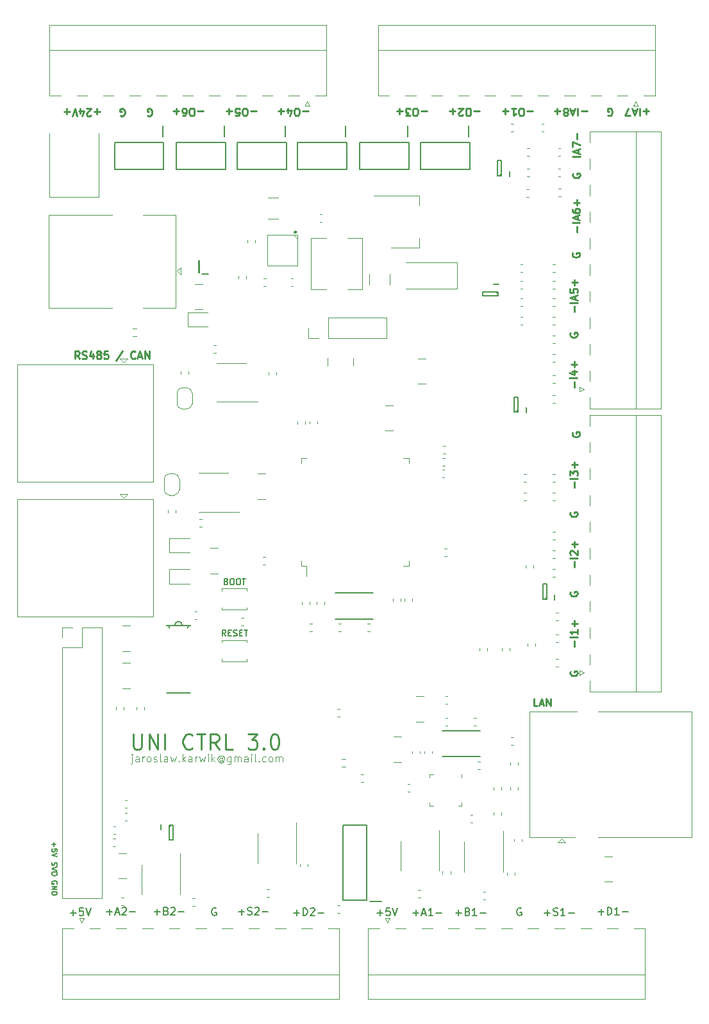
<source format=gbr>
%TF.GenerationSoftware,KiCad,Pcbnew,5.99.0-unknown-b90e72ed07~107~ubuntu18.04.1*%
%TF.CreationDate,2021-02-01T09:40:27+01:00*%
%TF.ProjectId,Uni_Printer,556e695f-5072-4696-9e74-65722e6b6963,rev?*%
%TF.SameCoordinates,PX48009e0PY88da2e0*%
%TF.FileFunction,Legend,Top*%
%TF.FilePolarity,Positive*%
%FSLAX46Y46*%
G04 Gerber Fmt 4.6, Leading zero omitted, Abs format (unit mm)*
G04 Created by KiCad (PCBNEW 5.99.0-unknown-b90e72ed07~107~ubuntu18.04.1) date 2021-02-01 09:40:27*
%MOMM*%
%LPD*%
G01*
G04 APERTURE LIST*
%ADD10C,0.250000*%
%ADD11C,0.200000*%
%ADD12C,0.150000*%
%ADD13C,0.175000*%
%ADD14C,0.125000*%
%ADD15C,0.120000*%
%ADD16C,0.152400*%
%ADD17C,0.127000*%
%ADD18C,0.100000*%
G04 APERTURE END LIST*
D10*
X64300000Y116621429D02*
X63538095Y116621429D01*
X62871428Y116002381D02*
X62680952Y116002381D01*
X62585714Y116050000D01*
X62490476Y116145239D01*
X62442857Y116335715D01*
X62442857Y116669048D01*
X62490476Y116859524D01*
X62585714Y116954762D01*
X62680952Y117002381D01*
X62871428Y117002381D01*
X62966666Y116954762D01*
X63061904Y116859524D01*
X63109523Y116669048D01*
X63109523Y116335715D01*
X63061904Y116145239D01*
X62966666Y116050000D01*
X62871428Y116002381D01*
X61490476Y117002381D02*
X62061904Y117002381D01*
X61776190Y117002381D02*
X61776190Y116002381D01*
X61871428Y116145239D01*
X61966666Y116240477D01*
X62061904Y116288096D01*
X61061904Y116621429D02*
X60300000Y116621429D01*
X60680952Y117002381D02*
X60680952Y116240477D01*
D11*
X23738095Y47338096D02*
X23471428Y47719048D01*
X23280952Y47338096D02*
X23280952Y48138096D01*
X23585714Y48138096D01*
X23661904Y48100000D01*
X23700000Y48061905D01*
X23738095Y47985715D01*
X23738095Y47871429D01*
X23700000Y47795239D01*
X23661904Y47757143D01*
X23585714Y47719048D01*
X23280952Y47719048D01*
X24080952Y47757143D02*
X24347619Y47757143D01*
X24461904Y47338096D02*
X24080952Y47338096D01*
X24080952Y48138096D01*
X24461904Y48138096D01*
X24766666Y47376191D02*
X24880952Y47338096D01*
X25071428Y47338096D01*
X25147619Y47376191D01*
X25185714Y47414286D01*
X25223809Y47490477D01*
X25223809Y47566667D01*
X25185714Y47642858D01*
X25147619Y47680953D01*
X25071428Y47719048D01*
X24919047Y47757143D01*
X24842857Y47795239D01*
X24804761Y47833334D01*
X24766666Y47909524D01*
X24766666Y47985715D01*
X24804761Y48061905D01*
X24842857Y48100000D01*
X24919047Y48138096D01*
X25109523Y48138096D01*
X25223809Y48100000D01*
X25566666Y47757143D02*
X25833333Y47757143D01*
X25947619Y47338096D02*
X25566666Y47338096D01*
X25566666Y48138096D01*
X25947619Y48138096D01*
X26176190Y48138096D02*
X26633333Y48138096D01*
X26404761Y47338096D02*
X26404761Y48138096D01*
X23814285Y54557143D02*
X23928571Y54519048D01*
X23966666Y54480953D01*
X24004761Y54404762D01*
X24004761Y54290477D01*
X23966666Y54214286D01*
X23928571Y54176191D01*
X23852380Y54138096D01*
X23547619Y54138096D01*
X23547619Y54938096D01*
X23814285Y54938096D01*
X23890476Y54900000D01*
X23928571Y54861905D01*
X23966666Y54785715D01*
X23966666Y54709524D01*
X23928571Y54633334D01*
X23890476Y54595239D01*
X23814285Y54557143D01*
X23547619Y54557143D01*
X24500000Y54938096D02*
X24652380Y54938096D01*
X24728571Y54900000D01*
X24804761Y54823810D01*
X24842857Y54671429D01*
X24842857Y54404762D01*
X24804761Y54252381D01*
X24728571Y54176191D01*
X24652380Y54138096D01*
X24500000Y54138096D01*
X24423809Y54176191D01*
X24347619Y54252381D01*
X24309523Y54404762D01*
X24309523Y54671429D01*
X24347619Y54823810D01*
X24423809Y54900000D01*
X24500000Y54938096D01*
X25338095Y54938096D02*
X25490476Y54938096D01*
X25566666Y54900000D01*
X25642857Y54823810D01*
X25680952Y54671429D01*
X25680952Y54404762D01*
X25642857Y54252381D01*
X25566666Y54176191D01*
X25490476Y54138096D01*
X25338095Y54138096D01*
X25261904Y54176191D01*
X25185714Y54252381D01*
X25147619Y54404762D01*
X25147619Y54671429D01*
X25185714Y54823810D01*
X25261904Y54900000D01*
X25338095Y54938096D01*
X25909523Y54938096D02*
X26366666Y54938096D01*
X26138095Y54138096D02*
X26138095Y54938096D01*
D12*
X62761904Y11400000D02*
X62666666Y11447620D01*
X62523809Y11447620D01*
X62380952Y11400000D01*
X62285714Y11304762D01*
X62238095Y11209524D01*
X62190476Y11019048D01*
X62190476Y10876191D01*
X62238095Y10685715D01*
X62285714Y10590477D01*
X62380952Y10495239D01*
X62523809Y10447620D01*
X62619047Y10447620D01*
X62761904Y10495239D01*
X62809523Y10542858D01*
X62809523Y10876191D01*
X62619047Y10876191D01*
D13*
X816666Y17466667D02*
X783333Y17366667D01*
X783333Y17200000D01*
X816666Y17133334D01*
X850000Y17100000D01*
X916666Y17066667D01*
X983333Y17066667D01*
X1050000Y17100000D01*
X1083333Y17133334D01*
X1116666Y17200000D01*
X1150000Y17333334D01*
X1183333Y17400000D01*
X1216666Y17433334D01*
X1283333Y17466667D01*
X1350000Y17466667D01*
X1416666Y17433334D01*
X1450000Y17400000D01*
X1483333Y17333334D01*
X1483333Y17166667D01*
X1450000Y17066667D01*
X1483333Y16866667D02*
X783333Y16633334D01*
X1483333Y16400000D01*
X1483333Y16033334D02*
X1483333Y15900000D01*
X1450000Y15833334D01*
X1383333Y15766667D01*
X1250000Y15733334D01*
X1016666Y15733334D01*
X883333Y15766667D01*
X816666Y15833334D01*
X783333Y15900000D01*
X783333Y16033334D01*
X816666Y16100000D01*
X883333Y16166667D01*
X1016666Y16200000D01*
X1250000Y16200000D01*
X1383333Y16166667D01*
X1450000Y16100000D01*
X1483333Y16033334D01*
D10*
X69821428Y56385715D02*
X69821428Y57147620D01*
X70202380Y57623810D02*
X69202380Y57623810D01*
X69297619Y58052381D02*
X69250000Y58100000D01*
X69202380Y58195239D01*
X69202380Y58433334D01*
X69250000Y58528572D01*
X69297619Y58576191D01*
X69392857Y58623810D01*
X69488095Y58623810D01*
X69630952Y58576191D01*
X70202380Y58004762D01*
X70202380Y58623810D01*
X69821428Y59052381D02*
X69821428Y59814286D01*
X70202380Y59433334D02*
X69440476Y59433334D01*
D12*
X14311309Y10928572D02*
X15073214Y10928572D01*
X14692261Y10547620D02*
X14692261Y11309524D01*
X15882738Y11071429D02*
X16025595Y11023810D01*
X16073214Y10976191D01*
X16120833Y10880953D01*
X16120833Y10738096D01*
X16073214Y10642858D01*
X16025595Y10595239D01*
X15930357Y10547620D01*
X15549404Y10547620D01*
X15549404Y11547620D01*
X15882738Y11547620D01*
X15977976Y11500000D01*
X16025595Y11452381D01*
X16073214Y11357143D01*
X16073214Y11261905D01*
X16025595Y11166667D01*
X15977976Y11119048D01*
X15882738Y11071429D01*
X15549404Y11071429D01*
X16501785Y11452381D02*
X16549404Y11500000D01*
X16644642Y11547620D01*
X16882738Y11547620D01*
X16977976Y11500000D01*
X17025595Y11452381D01*
X17073214Y11357143D01*
X17073214Y11261905D01*
X17025595Y11119048D01*
X16454166Y10547620D01*
X17073214Y10547620D01*
X17501785Y10928572D02*
X18263690Y10928572D01*
X32723809Y10828572D02*
X33485714Y10828572D01*
X33104761Y10447620D02*
X33104761Y11209524D01*
X33961904Y10447620D02*
X33961904Y11447620D01*
X34200000Y11447620D01*
X34342857Y11400000D01*
X34438095Y11304762D01*
X34485714Y11209524D01*
X34533333Y11019048D01*
X34533333Y10876191D01*
X34485714Y10685715D01*
X34438095Y10590477D01*
X34342857Y10495239D01*
X34200000Y10447620D01*
X33961904Y10447620D01*
X34914285Y11352381D02*
X34961904Y11400000D01*
X35057142Y11447620D01*
X35295238Y11447620D01*
X35390476Y11400000D01*
X35438095Y11352381D01*
X35485714Y11257143D01*
X35485714Y11161905D01*
X35438095Y11019048D01*
X34866666Y10447620D01*
X35485714Y10447620D01*
X35914285Y10828572D02*
X36676190Y10828572D01*
D10*
X34650000Y116621429D02*
X33888095Y116621429D01*
X33221428Y116002381D02*
X33030952Y116002381D01*
X32935714Y116050000D01*
X32840476Y116145239D01*
X32792857Y116335715D01*
X32792857Y116669048D01*
X32840476Y116859524D01*
X32935714Y116954762D01*
X33030952Y117002381D01*
X33221428Y117002381D01*
X33316666Y116954762D01*
X33411904Y116859524D01*
X33459523Y116669048D01*
X33459523Y116335715D01*
X33411904Y116145239D01*
X33316666Y116050000D01*
X33221428Y116002381D01*
X31935714Y116335715D02*
X31935714Y117002381D01*
X32173809Y115954762D02*
X32411904Y116669048D01*
X31792857Y116669048D01*
X31411904Y116621429D02*
X30650000Y116621429D01*
X31030952Y117002381D02*
X31030952Y116240477D01*
X69600000Y108361905D02*
X69552380Y108266667D01*
X69552380Y108123810D01*
X69600000Y107980953D01*
X69695238Y107885715D01*
X69790476Y107838096D01*
X69980952Y107790477D01*
X70123809Y107790477D01*
X70314285Y107838096D01*
X70409523Y107885715D01*
X70504761Y107980953D01*
X70552380Y108123810D01*
X70552380Y108219048D01*
X70504761Y108361905D01*
X70457142Y108409524D01*
X70123809Y108409524D01*
X70123809Y108219048D01*
X79623809Y116621429D02*
X78861904Y116621429D01*
X79242857Y117002381D02*
X79242857Y116240477D01*
X78385714Y117002381D02*
X78385714Y116002381D01*
X77957142Y116716667D02*
X77480952Y116716667D01*
X78052380Y117002381D02*
X77719047Y116002381D01*
X77385714Y117002381D01*
X77147619Y116002381D02*
X76480952Y116002381D01*
X76909523Y117002381D01*
X64907142Y38097620D02*
X64430952Y38097620D01*
X64430952Y39097620D01*
X65192857Y38383334D02*
X65669047Y38383334D01*
X65097619Y38097620D02*
X65430952Y39097620D01*
X65764285Y38097620D01*
X66097619Y38097620D02*
X66097619Y39097620D01*
X66669047Y38097620D01*
X66669047Y39097620D01*
D13*
X1450000Y14633334D02*
X1483333Y14700000D01*
X1483333Y14800000D01*
X1450000Y14900000D01*
X1383333Y14966667D01*
X1316666Y15000000D01*
X1183333Y15033334D01*
X1083333Y15033334D01*
X950000Y15000000D01*
X883333Y14966667D01*
X816666Y14900000D01*
X783333Y14800000D01*
X783333Y14733334D01*
X816666Y14633334D01*
X850000Y14600000D01*
X1083333Y14600000D01*
X1083333Y14733334D01*
X783333Y14300000D02*
X1483333Y14300000D01*
X783333Y13900000D01*
X1483333Y13900000D01*
X783333Y13566667D02*
X1483333Y13566667D01*
X1483333Y13400000D01*
X1450000Y13300000D01*
X1383333Y13233334D01*
X1316666Y13200000D01*
X1183333Y13166667D01*
X1083333Y13166667D01*
X950000Y13200000D01*
X883333Y13233334D01*
X816666Y13300000D01*
X783333Y13400000D01*
X783333Y13566667D01*
D10*
X4416666Y83927620D02*
X4083333Y84403810D01*
X3845238Y83927620D02*
X3845238Y84927620D01*
X4226190Y84927620D01*
X4321428Y84880000D01*
X4369047Y84832381D01*
X4416666Y84737143D01*
X4416666Y84594286D01*
X4369047Y84499048D01*
X4321428Y84451429D01*
X4226190Y84403810D01*
X3845238Y84403810D01*
X4797619Y83975239D02*
X4940476Y83927620D01*
X5178571Y83927620D01*
X5273809Y83975239D01*
X5321428Y84022858D01*
X5369047Y84118096D01*
X5369047Y84213334D01*
X5321428Y84308572D01*
X5273809Y84356191D01*
X5178571Y84403810D01*
X4988095Y84451429D01*
X4892857Y84499048D01*
X4845238Y84546667D01*
X4797619Y84641905D01*
X4797619Y84737143D01*
X4845238Y84832381D01*
X4892857Y84880000D01*
X4988095Y84927620D01*
X5226190Y84927620D01*
X5369047Y84880000D01*
X6226190Y84594286D02*
X6226190Y83927620D01*
X5988095Y84975239D02*
X5750000Y84260953D01*
X6369047Y84260953D01*
X6892857Y84499048D02*
X6797619Y84546667D01*
X6750000Y84594286D01*
X6702380Y84689524D01*
X6702380Y84737143D01*
X6750000Y84832381D01*
X6797619Y84880000D01*
X6892857Y84927620D01*
X7083333Y84927620D01*
X7178571Y84880000D01*
X7226190Y84832381D01*
X7273809Y84737143D01*
X7273809Y84689524D01*
X7226190Y84594286D01*
X7178571Y84546667D01*
X7083333Y84499048D01*
X6892857Y84499048D01*
X6797619Y84451429D01*
X6750000Y84403810D01*
X6702380Y84308572D01*
X6702380Y84118096D01*
X6750000Y84022858D01*
X6797619Y83975239D01*
X6892857Y83927620D01*
X7083333Y83927620D01*
X7178571Y83975239D01*
X7226190Y84022858D01*
X7273809Y84118096D01*
X7273809Y84308572D01*
X7226190Y84403810D01*
X7178571Y84451429D01*
X7083333Y84499048D01*
X8178571Y84927620D02*
X7702380Y84927620D01*
X7654761Y84451429D01*
X7702380Y84499048D01*
X7797619Y84546667D01*
X8035714Y84546667D01*
X8130952Y84499048D01*
X8178571Y84451429D01*
X8226190Y84356191D01*
X8226190Y84118096D01*
X8178571Y84022858D01*
X8130952Y83975239D01*
X8035714Y83927620D01*
X7797619Y83927620D01*
X7702380Y83975239D01*
X7654761Y84022858D01*
X10130952Y84975239D02*
X9273809Y83689524D01*
X11797619Y84022858D02*
X11750000Y83975239D01*
X11607142Y83927620D01*
X11511904Y83927620D01*
X11369047Y83975239D01*
X11273809Y84070477D01*
X11226190Y84165715D01*
X11178571Y84356191D01*
X11178571Y84499048D01*
X11226190Y84689524D01*
X11273809Y84784762D01*
X11369047Y84880000D01*
X11511904Y84927620D01*
X11607142Y84927620D01*
X11750000Y84880000D01*
X11797619Y84832381D01*
X12178571Y84213334D02*
X12654761Y84213334D01*
X12083333Y83927620D02*
X12416666Y84927620D01*
X12750000Y83927620D01*
X13083333Y83927620D02*
X13083333Y84927620D01*
X13654761Y83927620D01*
X13654761Y84927620D01*
X9838095Y116000000D02*
X9933333Y115952381D01*
X10076190Y115952381D01*
X10219047Y116000000D01*
X10314285Y116095239D01*
X10361904Y116190477D01*
X10409523Y116380953D01*
X10409523Y116523810D01*
X10361904Y116714286D01*
X10314285Y116809524D01*
X10219047Y116904762D01*
X10076190Y116952381D01*
X9980952Y116952381D01*
X9838095Y116904762D01*
X9790476Y116857143D01*
X9790476Y116523810D01*
X9980952Y116523810D01*
X20800000Y116621429D02*
X20038095Y116621429D01*
X19371428Y116002381D02*
X19180952Y116002381D01*
X19085714Y116050000D01*
X18990476Y116145239D01*
X18942857Y116335715D01*
X18942857Y116669048D01*
X18990476Y116859524D01*
X19085714Y116954762D01*
X19180952Y117002381D01*
X19371428Y117002381D01*
X19466666Y116954762D01*
X19561904Y116859524D01*
X19609523Y116669048D01*
X19609523Y116335715D01*
X19561904Y116145239D01*
X19466666Y116050000D01*
X19371428Y116002381D01*
X18085714Y116002381D02*
X18276190Y116002381D01*
X18371428Y116050000D01*
X18419047Y116097620D01*
X18514285Y116240477D01*
X18561904Y116430953D01*
X18561904Y116811905D01*
X18514285Y116907143D01*
X18466666Y116954762D01*
X18371428Y117002381D01*
X18180952Y117002381D01*
X18085714Y116954762D01*
X18038095Y116907143D01*
X17990476Y116811905D01*
X17990476Y116573810D01*
X18038095Y116478572D01*
X18085714Y116430953D01*
X18180952Y116383334D01*
X18371428Y116383334D01*
X18466666Y116430953D01*
X18514285Y116478572D01*
X18561904Y116573810D01*
X17561904Y116621429D02*
X16800000Y116621429D01*
X17180952Y117002381D02*
X17180952Y116240477D01*
D12*
X48495238Y10828572D02*
X49257142Y10828572D01*
X48876190Y10447620D02*
X48876190Y11209524D01*
X49685714Y10733334D02*
X50161904Y10733334D01*
X49590476Y10447620D02*
X49923809Y11447620D01*
X50257142Y10447620D01*
X51114285Y10447620D02*
X50542857Y10447620D01*
X50828571Y10447620D02*
X50828571Y11447620D01*
X50733333Y11304762D01*
X50638095Y11209524D01*
X50542857Y11161905D01*
X51542857Y10828572D02*
X52304761Y10828572D01*
D10*
X69771428Y80135715D02*
X69771428Y80897620D01*
X70152380Y81373810D02*
X69152380Y81373810D01*
X69485714Y82278572D02*
X70152380Y82278572D01*
X69104761Y82040477D02*
X69819047Y81802381D01*
X69819047Y82421429D01*
X69771428Y82802381D02*
X69771428Y83564286D01*
X70152380Y83183334D02*
X69390476Y83183334D01*
X50300000Y116621429D02*
X49538095Y116621429D01*
X48871428Y116002381D02*
X48680952Y116002381D01*
X48585714Y116050000D01*
X48490476Y116145239D01*
X48442857Y116335715D01*
X48442857Y116669048D01*
X48490476Y116859524D01*
X48585714Y116954762D01*
X48680952Y117002381D01*
X48871428Y117002381D01*
X48966666Y116954762D01*
X49061904Y116859524D01*
X49109523Y116669048D01*
X49109523Y116335715D01*
X49061904Y116145239D01*
X48966666Y116050000D01*
X48871428Y116002381D01*
X48109523Y116002381D02*
X47490476Y116002381D01*
X47823809Y116383334D01*
X47680952Y116383334D01*
X47585714Y116430953D01*
X47538095Y116478572D01*
X47490476Y116573810D01*
X47490476Y116811905D01*
X47538095Y116907143D01*
X47585714Y116954762D01*
X47680952Y117002381D01*
X47966666Y117002381D01*
X48061904Y116954762D01*
X48109523Y116907143D01*
X47061904Y116621429D02*
X46300000Y116621429D01*
X46680952Y117002381D02*
X46680952Y116240477D01*
X74211904Y116050000D02*
X74307142Y116002381D01*
X74450000Y116002381D01*
X74592857Y116050000D01*
X74688095Y116145239D01*
X74735714Y116240477D01*
X74783333Y116430953D01*
X74783333Y116573810D01*
X74735714Y116764286D01*
X74688095Y116859524D01*
X74592857Y116954762D01*
X74450000Y117002381D01*
X74354761Y117002381D01*
X74211904Y116954762D01*
X74164285Y116907143D01*
X74164285Y116573810D01*
X74354761Y116573810D01*
X71450000Y116621429D02*
X70688095Y116621429D01*
X70211904Y117002381D02*
X70211904Y116002381D01*
X69783333Y116716667D02*
X69307142Y116716667D01*
X69878571Y117002381D02*
X69545238Y116002381D01*
X69211904Y117002381D01*
X68735714Y116430953D02*
X68830952Y116383334D01*
X68878571Y116335715D01*
X68926190Y116240477D01*
X68926190Y116192858D01*
X68878571Y116097620D01*
X68830952Y116050000D01*
X68735714Y116002381D01*
X68545238Y116002381D01*
X68450000Y116050000D01*
X68402380Y116097620D01*
X68354761Y116192858D01*
X68354761Y116240477D01*
X68402380Y116335715D01*
X68450000Y116383334D01*
X68545238Y116430953D01*
X68735714Y116430953D01*
X68830952Y116478572D01*
X68878571Y116526191D01*
X68926190Y116621429D01*
X68926190Y116811905D01*
X68878571Y116907143D01*
X68830952Y116954762D01*
X68735714Y117002381D01*
X68545238Y117002381D01*
X68450000Y116954762D01*
X68402380Y116907143D01*
X68354761Y116811905D01*
X68354761Y116621429D01*
X68402380Y116526191D01*
X68450000Y116478572D01*
X68545238Y116430953D01*
X67926190Y116621429D02*
X67164285Y116621429D01*
X67545238Y117002381D02*
X67545238Y116240477D01*
X27800000Y116621429D02*
X27038095Y116621429D01*
X26371428Y116002381D02*
X26180952Y116002381D01*
X26085714Y116050000D01*
X25990476Y116145239D01*
X25942857Y116335715D01*
X25942857Y116669048D01*
X25990476Y116859524D01*
X26085714Y116954762D01*
X26180952Y117002381D01*
X26371428Y117002381D01*
X26466666Y116954762D01*
X26561904Y116859524D01*
X26609523Y116669048D01*
X26609523Y116335715D01*
X26561904Y116145239D01*
X26466666Y116050000D01*
X26371428Y116002381D01*
X25038095Y116002381D02*
X25514285Y116002381D01*
X25561904Y116478572D01*
X25514285Y116430953D01*
X25419047Y116383334D01*
X25180952Y116383334D01*
X25085714Y116430953D01*
X25038095Y116478572D01*
X24990476Y116573810D01*
X24990476Y116811905D01*
X25038095Y116907143D01*
X25085714Y116954762D01*
X25180952Y117002381D01*
X25419047Y117002381D01*
X25514285Y116954762D01*
X25561904Y116907143D01*
X24561904Y116621429D02*
X23800000Y116621429D01*
X24180952Y117002381D02*
X24180952Y116240477D01*
X7130952Y116571429D02*
X6369047Y116571429D01*
X6750000Y116952381D02*
X6750000Y116190477D01*
X5940476Y116047620D02*
X5892857Y116000000D01*
X5797619Y115952381D01*
X5559523Y115952381D01*
X5464285Y116000000D01*
X5416666Y116047620D01*
X5369047Y116142858D01*
X5369047Y116238096D01*
X5416666Y116380953D01*
X5988095Y116952381D01*
X5369047Y116952381D01*
X4511904Y116285715D02*
X4511904Y116952381D01*
X4750000Y115904762D02*
X4988095Y116619048D01*
X4369047Y116619048D01*
X4130952Y115952381D02*
X3797619Y116952381D01*
X3464285Y115952381D01*
X3130952Y116571429D02*
X2369047Y116571429D01*
X2750000Y116952381D02*
X2750000Y116190477D01*
D12*
X43714285Y10828572D02*
X44476190Y10828572D01*
X44095238Y10447620D02*
X44095238Y11209524D01*
X45428571Y11447620D02*
X44952380Y11447620D01*
X44904761Y10971429D01*
X44952380Y11019048D01*
X45047619Y11066667D01*
X45285714Y11066667D01*
X45380952Y11019048D01*
X45428571Y10971429D01*
X45476190Y10876191D01*
X45476190Y10638096D01*
X45428571Y10542858D01*
X45380952Y10495239D01*
X45285714Y10447620D01*
X45047619Y10447620D01*
X44952380Y10495239D01*
X44904761Y10542858D01*
X45761904Y11447620D02*
X46095238Y10447620D01*
X46428571Y11447620D01*
D10*
X70552380Y110626191D02*
X69552380Y110626191D01*
X70266666Y111054762D02*
X70266666Y111530953D01*
X70552380Y110959524D02*
X69552380Y111292858D01*
X70552380Y111626191D01*
X69552380Y111864286D02*
X69552380Y112530953D01*
X70552380Y112102381D01*
X70171428Y112911905D02*
X70171428Y113673810D01*
X11528571Y34395239D02*
X11528571Y32776191D01*
X11623809Y32585715D01*
X11719047Y32490477D01*
X11909523Y32395239D01*
X12290476Y32395239D01*
X12480952Y32490477D01*
X12576190Y32585715D01*
X12671428Y32776191D01*
X12671428Y34395239D01*
X13623809Y32395239D02*
X13623809Y34395239D01*
X14766666Y32395239D01*
X14766666Y34395239D01*
X15719047Y32395239D02*
X15719047Y34395239D01*
X19338095Y32585715D02*
X19242857Y32490477D01*
X18957142Y32395239D01*
X18766666Y32395239D01*
X18480952Y32490477D01*
X18290476Y32680953D01*
X18195238Y32871429D01*
X18100000Y33252381D01*
X18100000Y33538096D01*
X18195238Y33919048D01*
X18290476Y34109524D01*
X18480952Y34300000D01*
X18766666Y34395239D01*
X18957142Y34395239D01*
X19242857Y34300000D01*
X19338095Y34204762D01*
X19909523Y34395239D02*
X21052380Y34395239D01*
X20480952Y32395239D02*
X20480952Y34395239D01*
X22861904Y32395239D02*
X22195238Y33347620D01*
X21719047Y32395239D02*
X21719047Y34395239D01*
X22480952Y34395239D01*
X22671428Y34300000D01*
X22766666Y34204762D01*
X22861904Y34014286D01*
X22861904Y33728572D01*
X22766666Y33538096D01*
X22671428Y33442858D01*
X22480952Y33347620D01*
X21719047Y33347620D01*
X24671428Y32395239D02*
X23719047Y32395239D01*
X23719047Y34395239D01*
X26671428Y34395239D02*
X27909523Y34395239D01*
X27242857Y33633334D01*
X27528571Y33633334D01*
X27719047Y33538096D01*
X27814285Y33442858D01*
X27909523Y33252381D01*
X27909523Y32776191D01*
X27814285Y32585715D01*
X27719047Y32490477D01*
X27528571Y32395239D01*
X26957142Y32395239D01*
X26766666Y32490477D01*
X26671428Y32585715D01*
X28766666Y32585715D02*
X28861904Y32490477D01*
X28766666Y32395239D01*
X28671428Y32490477D01*
X28766666Y32585715D01*
X28766666Y32395239D01*
X30100000Y34395239D02*
X30290476Y34395239D01*
X30480952Y34300000D01*
X30576190Y34204762D01*
X30671428Y34014286D01*
X30766666Y33633334D01*
X30766666Y33157143D01*
X30671428Y32776191D01*
X30576190Y32585715D01*
X30480952Y32490477D01*
X30290476Y32395239D01*
X30100000Y32395239D01*
X29909523Y32490477D01*
X29814285Y32585715D01*
X29719047Y32776191D01*
X29623809Y33157143D01*
X29623809Y33633334D01*
X29719047Y34014286D01*
X29814285Y34204762D01*
X29909523Y34300000D01*
X30100000Y34395239D01*
X13438095Y116000000D02*
X13533333Y115952381D01*
X13676190Y115952381D01*
X13819047Y116000000D01*
X13914285Y116095239D01*
X13961904Y116190477D01*
X14009523Y116380953D01*
X14009523Y116523810D01*
X13961904Y116714286D01*
X13914285Y116809524D01*
X13819047Y116904762D01*
X13676190Y116952381D01*
X13580952Y116952381D01*
X13438095Y116904762D01*
X13390476Y116857143D01*
X13390476Y116523810D01*
X13580952Y116523810D01*
X69550000Y97888096D02*
X69502380Y97792858D01*
X69502380Y97650000D01*
X69550000Y97507143D01*
X69645238Y97411905D01*
X69740476Y97364286D01*
X69930952Y97316667D01*
X70073809Y97316667D01*
X70264285Y97364286D01*
X70359523Y97411905D01*
X70454761Y97507143D01*
X70502380Y97650000D01*
X70502380Y97745239D01*
X70454761Y97888096D01*
X70407142Y97935715D01*
X70073809Y97935715D01*
X70073809Y97745239D01*
X70121428Y100650000D02*
X70121428Y101411905D01*
X70502380Y101888096D02*
X69502380Y101888096D01*
X70216666Y102316667D02*
X70216666Y102792858D01*
X70502380Y102221429D02*
X69502380Y102554762D01*
X70502380Y102888096D01*
X69502380Y103650000D02*
X69502380Y103459524D01*
X69550000Y103364286D01*
X69597619Y103316667D01*
X69740476Y103221429D01*
X69930952Y103173810D01*
X70311904Y103173810D01*
X70407142Y103221429D01*
X70454761Y103269048D01*
X70502380Y103364286D01*
X70502380Y103554762D01*
X70454761Y103650000D01*
X70407142Y103697620D01*
X70311904Y103745239D01*
X70073809Y103745239D01*
X69978571Y103697620D01*
X69930952Y103650000D01*
X69883333Y103554762D01*
X69883333Y103364286D01*
X69930952Y103269048D01*
X69978571Y103221429D01*
X70073809Y103173810D01*
X70121428Y104173810D02*
X70121428Y104935715D01*
X70502380Y104554762D02*
X69740476Y104554762D01*
D12*
X3214285Y10828572D02*
X3976190Y10828572D01*
X3595238Y10447620D02*
X3595238Y11209524D01*
X4928571Y11447620D02*
X4452380Y11447620D01*
X4404761Y10971429D01*
X4452380Y11019048D01*
X4547619Y11066667D01*
X4785714Y11066667D01*
X4880952Y11019048D01*
X4928571Y10971429D01*
X4976190Y10876191D01*
X4976190Y10638096D01*
X4928571Y10542858D01*
X4880952Y10495239D01*
X4785714Y10447620D01*
X4547619Y10447620D01*
X4452380Y10495239D01*
X4404761Y10542858D01*
X5261904Y11447620D02*
X5595238Y10447620D01*
X5928571Y11447620D01*
X7995238Y10928572D02*
X8757142Y10928572D01*
X8376190Y10547620D02*
X8376190Y11309524D01*
X9185714Y10833334D02*
X9661904Y10833334D01*
X9090476Y10547620D02*
X9423809Y11547620D01*
X9757142Y10547620D01*
X10042857Y11452381D02*
X10090476Y11500000D01*
X10185714Y11547620D01*
X10423809Y11547620D01*
X10519047Y11500000D01*
X10566666Y11452381D01*
X10614285Y11357143D01*
X10614285Y11261905D01*
X10566666Y11119048D01*
X9995238Y10547620D01*
X10614285Y10547620D01*
X11042857Y10928572D02*
X11804761Y10928572D01*
D10*
X69250000Y42661905D02*
X69202380Y42566667D01*
X69202380Y42423810D01*
X69250000Y42280953D01*
X69345238Y42185715D01*
X69440476Y42138096D01*
X69630952Y42090477D01*
X69773809Y42090477D01*
X69964285Y42138096D01*
X70059523Y42185715D01*
X70154761Y42280953D01*
X70202380Y42423810D01*
X70202380Y42519048D01*
X70154761Y42661905D01*
X70107142Y42709524D01*
X69773809Y42709524D01*
X69773809Y42519048D01*
D12*
X72923809Y10928572D02*
X73685714Y10928572D01*
X73304761Y10547620D02*
X73304761Y11309524D01*
X74161904Y10547620D02*
X74161904Y11547620D01*
X74400000Y11547620D01*
X74542857Y11500000D01*
X74638095Y11404762D01*
X74685714Y11309524D01*
X74733333Y11119048D01*
X74733333Y10976191D01*
X74685714Y10785715D01*
X74638095Y10690477D01*
X74542857Y10595239D01*
X74400000Y10547620D01*
X74161904Y10547620D01*
X75685714Y10547620D02*
X75114285Y10547620D01*
X75400000Y10547620D02*
X75400000Y11547620D01*
X75304761Y11404762D01*
X75209523Y11309524D01*
X75114285Y11261905D01*
X76114285Y10928572D02*
X76876190Y10928572D01*
X22461904Y11400000D02*
X22366666Y11447620D01*
X22223809Y11447620D01*
X22080952Y11400000D01*
X21985714Y11304762D01*
X21938095Y11209524D01*
X21890476Y11019048D01*
X21890476Y10876191D01*
X21938095Y10685715D01*
X21985714Y10590477D01*
X22080952Y10495239D01*
X22223809Y10447620D01*
X22319047Y10447620D01*
X22461904Y10495239D01*
X22509523Y10542858D01*
X22509523Y10876191D01*
X22319047Y10876191D01*
D10*
X69550000Y74211905D02*
X69502380Y74116667D01*
X69502380Y73973810D01*
X69550000Y73830953D01*
X69645238Y73735715D01*
X69740476Y73688096D01*
X69930952Y73640477D01*
X70073809Y73640477D01*
X70264285Y73688096D01*
X70359523Y73735715D01*
X70454761Y73830953D01*
X70502380Y73973810D01*
X70502380Y74069048D01*
X70454761Y74211905D01*
X70407142Y74259524D01*
X70073809Y74259524D01*
X70073809Y74069048D01*
D12*
X25447619Y10928572D02*
X26209523Y10928572D01*
X25828571Y10547620D02*
X25828571Y11309524D01*
X26638095Y10595239D02*
X26780952Y10547620D01*
X27019047Y10547620D01*
X27114285Y10595239D01*
X27161904Y10642858D01*
X27209523Y10738096D01*
X27209523Y10833334D01*
X27161904Y10928572D01*
X27114285Y10976191D01*
X27019047Y11023810D01*
X26828571Y11071429D01*
X26733333Y11119048D01*
X26685714Y11166667D01*
X26638095Y11261905D01*
X26638095Y11357143D01*
X26685714Y11452381D01*
X26733333Y11500000D01*
X26828571Y11547620D01*
X27066666Y11547620D01*
X27209523Y11500000D01*
X27590476Y11452381D02*
X27638095Y11500000D01*
X27733333Y11547620D01*
X27971428Y11547620D01*
X28066666Y11500000D01*
X28114285Y11452381D01*
X28161904Y11357143D01*
X28161904Y11261905D01*
X28114285Y11119048D01*
X27542857Y10547620D01*
X28161904Y10547620D01*
X28590476Y10928572D02*
X29352380Y10928572D01*
D10*
X69250000Y87338096D02*
X69202380Y87242858D01*
X69202380Y87100000D01*
X69250000Y86957143D01*
X69345238Y86861905D01*
X69440476Y86814286D01*
X69630952Y86766667D01*
X69773809Y86766667D01*
X69964285Y86814286D01*
X70059523Y86861905D01*
X70154761Y86957143D01*
X70202380Y87100000D01*
X70202380Y87195239D01*
X70154761Y87338096D01*
X70107142Y87385715D01*
X69773809Y87385715D01*
X69773809Y87195239D01*
X69821428Y90100000D02*
X69821428Y90861905D01*
X70202380Y91338096D02*
X69202380Y91338096D01*
X69916666Y91766667D02*
X69916666Y92242858D01*
X70202380Y91671429D02*
X69202380Y92004762D01*
X70202380Y92338096D01*
X69202380Y93147620D02*
X69202380Y92671429D01*
X69678571Y92623810D01*
X69630952Y92671429D01*
X69583333Y92766667D01*
X69583333Y93004762D01*
X69630952Y93100000D01*
X69678571Y93147620D01*
X69773809Y93195239D01*
X70011904Y93195239D01*
X70107142Y93147620D01*
X70154761Y93100000D01*
X70202380Y93004762D01*
X70202380Y92766667D01*
X70154761Y92671429D01*
X70107142Y92623810D01*
X69821428Y93623810D02*
X69821428Y94385715D01*
X70202380Y94004762D02*
X69440476Y94004762D01*
D13*
X1050000Y20100000D02*
X1050000Y19566667D01*
X783333Y19833334D02*
X1316666Y19833334D01*
X1483333Y18900000D02*
X1483333Y19233334D01*
X1150000Y19266667D01*
X1183333Y19233334D01*
X1216666Y19166667D01*
X1216666Y19000000D01*
X1183333Y18933334D01*
X1150000Y18900000D01*
X1083333Y18866667D01*
X916666Y18866667D01*
X850000Y18900000D01*
X816666Y18933334D01*
X783333Y19000000D01*
X783333Y19166667D01*
X816666Y19233334D01*
X850000Y19266667D01*
X1483333Y18666667D02*
X783333Y18433334D01*
X1483333Y18200000D01*
D10*
X69821428Y45935715D02*
X69821428Y46697620D01*
X70202380Y47173810D02*
X69202380Y47173810D01*
X70202380Y48173810D02*
X70202380Y47602381D01*
X70202380Y47888096D02*
X69202380Y47888096D01*
X69345238Y47792858D01*
X69440476Y47697620D01*
X69488095Y47602381D01*
X69821428Y48602381D02*
X69821428Y49364286D01*
X70202380Y48983334D02*
X69440476Y48983334D01*
X69250000Y53161905D02*
X69202380Y53066667D01*
X69202380Y52923810D01*
X69250000Y52780953D01*
X69345238Y52685715D01*
X69440476Y52638096D01*
X69630952Y52590477D01*
X69773809Y52590477D01*
X69964285Y52638096D01*
X70059523Y52685715D01*
X70154761Y52780953D01*
X70202380Y52923810D01*
X70202380Y53019048D01*
X70154761Y53161905D01*
X70107142Y53209524D01*
X69773809Y53209524D01*
X69773809Y53019048D01*
X69250000Y63661905D02*
X69202380Y63566667D01*
X69202380Y63423810D01*
X69250000Y63280953D01*
X69345238Y63185715D01*
X69440476Y63138096D01*
X69630952Y63090477D01*
X69773809Y63090477D01*
X69964285Y63138096D01*
X70059523Y63185715D01*
X70154761Y63280953D01*
X70202380Y63423810D01*
X70202380Y63519048D01*
X70154761Y63661905D01*
X70107142Y63709524D01*
X69773809Y63709524D01*
X69773809Y63519048D01*
D12*
X54123809Y10828572D02*
X54885714Y10828572D01*
X54504761Y10447620D02*
X54504761Y11209524D01*
X55695238Y10971429D02*
X55838095Y10923810D01*
X55885714Y10876191D01*
X55933333Y10780953D01*
X55933333Y10638096D01*
X55885714Y10542858D01*
X55838095Y10495239D01*
X55742857Y10447620D01*
X55361904Y10447620D01*
X55361904Y11447620D01*
X55695238Y11447620D01*
X55790476Y11400000D01*
X55838095Y11352381D01*
X55885714Y11257143D01*
X55885714Y11161905D01*
X55838095Y11066667D01*
X55790476Y11019048D01*
X55695238Y10971429D01*
X55361904Y10971429D01*
X56885714Y10447620D02*
X56314285Y10447620D01*
X56600000Y10447620D02*
X56600000Y11447620D01*
X56504761Y11304762D01*
X56409523Y11209524D01*
X56314285Y11161905D01*
X57314285Y10828572D02*
X58076190Y10828572D01*
D10*
X69821428Y66885715D02*
X69821428Y67647620D01*
X70202380Y68123810D02*
X69202380Y68123810D01*
X69202380Y68504762D02*
X69202380Y69123810D01*
X69583333Y68790477D01*
X69583333Y68933334D01*
X69630952Y69028572D01*
X69678571Y69076191D01*
X69773809Y69123810D01*
X70011904Y69123810D01*
X70107142Y69076191D01*
X70154761Y69028572D01*
X70202380Y68933334D01*
X70202380Y68647620D01*
X70154761Y68552381D01*
X70107142Y68504762D01*
X69821428Y69552381D02*
X69821428Y70314286D01*
X70202380Y69933334D02*
X69440476Y69933334D01*
D12*
X65847619Y10828572D02*
X66609523Y10828572D01*
X66228571Y10447620D02*
X66228571Y11209524D01*
X67038095Y10495239D02*
X67180952Y10447620D01*
X67419047Y10447620D01*
X67514285Y10495239D01*
X67561904Y10542858D01*
X67609523Y10638096D01*
X67609523Y10733334D01*
X67561904Y10828572D01*
X67514285Y10876191D01*
X67419047Y10923810D01*
X67228571Y10971429D01*
X67133333Y11019048D01*
X67085714Y11066667D01*
X67038095Y11161905D01*
X67038095Y11257143D01*
X67085714Y11352381D01*
X67133333Y11400000D01*
X67228571Y11447620D01*
X67466666Y11447620D01*
X67609523Y11400000D01*
X68561904Y10447620D02*
X67990476Y10447620D01*
X68276190Y10447620D02*
X68276190Y11447620D01*
X68180952Y11304762D01*
X68085714Y11209524D01*
X67990476Y11161905D01*
X68990476Y10828572D02*
X69752380Y10828572D01*
D10*
X57300000Y116621429D02*
X56538095Y116621429D01*
X55871428Y116002381D02*
X55680952Y116002381D01*
X55585714Y116050000D01*
X55490476Y116145239D01*
X55442857Y116335715D01*
X55442857Y116669048D01*
X55490476Y116859524D01*
X55585714Y116954762D01*
X55680952Y117002381D01*
X55871428Y117002381D01*
X55966666Y116954762D01*
X56061904Y116859524D01*
X56109523Y116669048D01*
X56109523Y116335715D01*
X56061904Y116145239D01*
X55966666Y116050000D01*
X55871428Y116002381D01*
X55061904Y116097620D02*
X55014285Y116050000D01*
X54919047Y116002381D01*
X54680952Y116002381D01*
X54585714Y116050000D01*
X54538095Y116097620D01*
X54490476Y116192858D01*
X54490476Y116288096D01*
X54538095Y116430953D01*
X55109523Y117002381D01*
X54490476Y117002381D01*
X54061904Y116621429D02*
X53300000Y116621429D01*
X53680952Y117002381D02*
X53680952Y116240477D01*
D14*
X11371428Y31414286D02*
X11371428Y30557143D01*
X11323809Y30461905D01*
X11228571Y30414286D01*
X11180952Y30414286D01*
X11371428Y31747620D02*
X11323809Y31700000D01*
X11371428Y31652381D01*
X11419047Y31700000D01*
X11371428Y31747620D01*
X11371428Y31652381D01*
X12276190Y30747620D02*
X12276190Y31271429D01*
X12228571Y31366667D01*
X12133333Y31414286D01*
X11942857Y31414286D01*
X11847619Y31366667D01*
X12276190Y30795239D02*
X12180952Y30747620D01*
X11942857Y30747620D01*
X11847619Y30795239D01*
X11800000Y30890477D01*
X11800000Y30985715D01*
X11847619Y31080953D01*
X11942857Y31128572D01*
X12180952Y31128572D01*
X12276190Y31176191D01*
X12752380Y30747620D02*
X12752380Y31414286D01*
X12752380Y31223810D02*
X12800000Y31319048D01*
X12847619Y31366667D01*
X12942857Y31414286D01*
X13038095Y31414286D01*
X13514285Y30747620D02*
X13419047Y30795239D01*
X13371428Y30842858D01*
X13323809Y30938096D01*
X13323809Y31223810D01*
X13371428Y31319048D01*
X13419047Y31366667D01*
X13514285Y31414286D01*
X13657142Y31414286D01*
X13752380Y31366667D01*
X13800000Y31319048D01*
X13847619Y31223810D01*
X13847619Y30938096D01*
X13800000Y30842858D01*
X13752380Y30795239D01*
X13657142Y30747620D01*
X13514285Y30747620D01*
X14228571Y30795239D02*
X14323809Y30747620D01*
X14514285Y30747620D01*
X14609523Y30795239D01*
X14657142Y30890477D01*
X14657142Y30938096D01*
X14609523Y31033334D01*
X14514285Y31080953D01*
X14371428Y31080953D01*
X14276190Y31128572D01*
X14228571Y31223810D01*
X14228571Y31271429D01*
X14276190Y31366667D01*
X14371428Y31414286D01*
X14514285Y31414286D01*
X14609523Y31366667D01*
X15228571Y30747620D02*
X15133333Y30795239D01*
X15085714Y30890477D01*
X15085714Y31747620D01*
X16038095Y30747620D02*
X16038095Y31271429D01*
X15990476Y31366667D01*
X15895238Y31414286D01*
X15704761Y31414286D01*
X15609523Y31366667D01*
X16038095Y30795239D02*
X15942857Y30747620D01*
X15704761Y30747620D01*
X15609523Y30795239D01*
X15561904Y30890477D01*
X15561904Y30985715D01*
X15609523Y31080953D01*
X15704761Y31128572D01*
X15942857Y31128572D01*
X16038095Y31176191D01*
X16419047Y31414286D02*
X16609523Y30747620D01*
X16800000Y31223810D01*
X16990476Y30747620D01*
X17180952Y31414286D01*
X17561904Y30842858D02*
X17609523Y30795239D01*
X17561904Y30747620D01*
X17514285Y30795239D01*
X17561904Y30842858D01*
X17561904Y30747620D01*
X18038095Y30747620D02*
X18038095Y31747620D01*
X18133333Y31128572D02*
X18419047Y30747620D01*
X18419047Y31414286D02*
X18038095Y31033334D01*
X19276190Y30747620D02*
X19276190Y31271429D01*
X19228571Y31366667D01*
X19133333Y31414286D01*
X18942857Y31414286D01*
X18847619Y31366667D01*
X19276190Y30795239D02*
X19180952Y30747620D01*
X18942857Y30747620D01*
X18847619Y30795239D01*
X18800000Y30890477D01*
X18800000Y30985715D01*
X18847619Y31080953D01*
X18942857Y31128572D01*
X19180952Y31128572D01*
X19276190Y31176191D01*
X19752380Y30747620D02*
X19752380Y31414286D01*
X19752380Y31223810D02*
X19800000Y31319048D01*
X19847619Y31366667D01*
X19942857Y31414286D01*
X20038095Y31414286D01*
X20276190Y31414286D02*
X20466666Y30747620D01*
X20657142Y31223810D01*
X20847619Y30747620D01*
X21038095Y31414286D01*
X21419047Y30747620D02*
X21419047Y31414286D01*
X21419047Y31747620D02*
X21371428Y31700000D01*
X21419047Y31652381D01*
X21466666Y31700000D01*
X21419047Y31747620D01*
X21419047Y31652381D01*
X21895238Y30747620D02*
X21895238Y31747620D01*
X21990476Y31128572D02*
X22276190Y30747620D01*
X22276190Y31414286D02*
X21895238Y31033334D01*
X23323809Y31223810D02*
X23276190Y31271429D01*
X23180952Y31319048D01*
X23085714Y31319048D01*
X22990476Y31271429D01*
X22942857Y31223810D01*
X22895238Y31128572D01*
X22895238Y31033334D01*
X22942857Y30938096D01*
X22990476Y30890477D01*
X23085714Y30842858D01*
X23180952Y30842858D01*
X23276190Y30890477D01*
X23323809Y30938096D01*
X23323809Y31319048D02*
X23323809Y30938096D01*
X23371428Y30890477D01*
X23419047Y30890477D01*
X23514285Y30938096D01*
X23561904Y31033334D01*
X23561904Y31271429D01*
X23466666Y31414286D01*
X23323809Y31509524D01*
X23133333Y31557143D01*
X22942857Y31509524D01*
X22800000Y31414286D01*
X22704761Y31271429D01*
X22657142Y31080953D01*
X22704761Y30890477D01*
X22800000Y30747620D01*
X22942857Y30652381D01*
X23133333Y30604762D01*
X23323809Y30652381D01*
X23466666Y30747620D01*
X24419047Y31414286D02*
X24419047Y30604762D01*
X24371428Y30509524D01*
X24323809Y30461905D01*
X24228571Y30414286D01*
X24085714Y30414286D01*
X23990476Y30461905D01*
X24419047Y30795239D02*
X24323809Y30747620D01*
X24133333Y30747620D01*
X24038095Y30795239D01*
X23990476Y30842858D01*
X23942857Y30938096D01*
X23942857Y31223810D01*
X23990476Y31319048D01*
X24038095Y31366667D01*
X24133333Y31414286D01*
X24323809Y31414286D01*
X24419047Y31366667D01*
X24895238Y30747620D02*
X24895238Y31414286D01*
X24895238Y31319048D02*
X24942857Y31366667D01*
X25038095Y31414286D01*
X25180952Y31414286D01*
X25276190Y31366667D01*
X25323809Y31271429D01*
X25323809Y30747620D01*
X25323809Y31271429D02*
X25371428Y31366667D01*
X25466666Y31414286D01*
X25609523Y31414286D01*
X25704761Y31366667D01*
X25752380Y31271429D01*
X25752380Y30747620D01*
X26657142Y30747620D02*
X26657142Y31271429D01*
X26609523Y31366667D01*
X26514285Y31414286D01*
X26323809Y31414286D01*
X26228571Y31366667D01*
X26657142Y30795239D02*
X26561904Y30747620D01*
X26323809Y30747620D01*
X26228571Y30795239D01*
X26180952Y30890477D01*
X26180952Y30985715D01*
X26228571Y31080953D01*
X26323809Y31128572D01*
X26561904Y31128572D01*
X26657142Y31176191D01*
X27133333Y30747620D02*
X27133333Y31414286D01*
X27133333Y31747620D02*
X27085714Y31700000D01*
X27133333Y31652381D01*
X27180952Y31700000D01*
X27133333Y31747620D01*
X27133333Y31652381D01*
X27752380Y30747620D02*
X27657142Y30795239D01*
X27609523Y30890477D01*
X27609523Y31747620D01*
X28133333Y30842858D02*
X28180952Y30795239D01*
X28133333Y30747620D01*
X28085714Y30795239D01*
X28133333Y30842858D01*
X28133333Y30747620D01*
X29038095Y30795239D02*
X28942857Y30747620D01*
X28752380Y30747620D01*
X28657142Y30795239D01*
X28609523Y30842858D01*
X28561904Y30938096D01*
X28561904Y31223810D01*
X28609523Y31319048D01*
X28657142Y31366667D01*
X28752380Y31414286D01*
X28942857Y31414286D01*
X29038095Y31366667D01*
X29609523Y30747620D02*
X29514285Y30795239D01*
X29466666Y30842858D01*
X29419047Y30938096D01*
X29419047Y31223810D01*
X29466666Y31319048D01*
X29514285Y31366667D01*
X29609523Y31414286D01*
X29752380Y31414286D01*
X29847619Y31366667D01*
X29895238Y31319048D01*
X29942857Y31223810D01*
X29942857Y30938096D01*
X29895238Y30842858D01*
X29847619Y30795239D01*
X29752380Y30747620D01*
X29609523Y30747620D01*
X30371428Y30747620D02*
X30371428Y31414286D01*
X30371428Y31319048D02*
X30419047Y31366667D01*
X30514285Y31414286D01*
X30657142Y31414286D01*
X30752380Y31366667D01*
X30800000Y31271429D01*
X30800000Y30747620D01*
X30800000Y31271429D02*
X30847619Y31366667D01*
X30942857Y31414286D01*
X31085714Y31414286D01*
X31180952Y31366667D01*
X31228571Y31271429D01*
X31228571Y30747620D01*
D15*
X23250000Y46800000D02*
X26550000Y46800000D01*
X23250000Y44000000D02*
X26550000Y44000000D01*
X26550000Y44000000D02*
X26550000Y44300000D01*
X23250000Y44300000D02*
X23250000Y44000000D01*
X23250000Y46500000D02*
X23250000Y46800000D01*
X26550000Y46800000D02*
X26550000Y46500000D01*
X23250000Y50800000D02*
X26550000Y50800000D01*
X23250000Y53600000D02*
X26550000Y53600000D01*
X26550000Y50800000D02*
X26550000Y51100000D01*
X26550000Y53600000D02*
X26550000Y53300000D01*
X23250000Y51100000D02*
X23250000Y50800000D01*
X23250000Y53300000D02*
X23250000Y53600000D01*
X46860000Y52240580D02*
X46860000Y51959420D01*
X45840000Y52240580D02*
X45840000Y51959420D01*
X62637221Y94210000D02*
X62962779Y94210000D01*
X62637221Y93190000D02*
X62962779Y93190000D01*
X63537221Y107990000D02*
X63862779Y107990000D01*
X63537221Y109010000D02*
X63862779Y109010000D01*
X62637221Y89410000D02*
X62962779Y89410000D01*
X62637221Y88390000D02*
X62962779Y88390000D01*
X67962779Y107990000D02*
X67637221Y107990000D01*
X67962779Y109010000D02*
X67637221Y109010000D01*
X62962779Y95390000D02*
X62637221Y95390000D01*
X62962779Y96410000D02*
X62637221Y96410000D01*
X66937221Y88390000D02*
X67262779Y88390000D01*
X66937221Y89410000D02*
X67262779Y89410000D01*
X67262779Y96410000D02*
X66937221Y96410000D01*
X67262779Y95390000D02*
X66937221Y95390000D01*
X47340000Y52262779D02*
X47340000Y51937221D01*
X48360000Y52262779D02*
X48360000Y51937221D01*
X34210000Y75337221D02*
X34210000Y75662779D01*
X33190000Y75337221D02*
X33190000Y75662779D01*
X20237221Y62810000D02*
X20562779Y62810000D01*
X20237221Y61790000D02*
X20562779Y61790000D01*
X16315000Y60260000D02*
X16315000Y58340000D01*
X19000000Y60260000D02*
X16315000Y60260000D01*
X16315000Y58340000D02*
X19000000Y58340000D01*
X35790000Y51862779D02*
X35790000Y51537221D01*
X36810000Y51862779D02*
X36810000Y51537221D01*
X28962779Y57810000D02*
X28637221Y57810000D01*
X28962779Y56790000D02*
X28637221Y56790000D01*
X35810000Y75359420D02*
X35810000Y75640580D01*
X34790000Y75359420D02*
X34790000Y75640580D01*
X33790000Y51875279D02*
X33790000Y51549721D01*
X34810000Y51875279D02*
X34810000Y51549721D01*
X52359420Y68290000D02*
X52640580Y68290000D01*
X52359420Y69310000D02*
X52640580Y69310000D01*
X52384420Y70860000D02*
X52665580Y70860000D01*
X52384420Y69840000D02*
X52665580Y69840000D01*
X52405971Y71440000D02*
X52731529Y71440000D01*
X52405971Y72460000D02*
X52731529Y72460000D01*
X11990000Y37962779D02*
X11990000Y37637221D01*
X13010000Y37962779D02*
X13010000Y37637221D01*
X63590000Y46362779D02*
X63590000Y46037221D01*
X64610000Y46362779D02*
X64610000Y46037221D01*
X53062779Y39410000D02*
X52737221Y39410000D01*
X53062779Y38390000D02*
X52737221Y38390000D01*
X35150279Y47990000D02*
X34824721Y47990000D01*
X35150279Y49010000D02*
X34824721Y49010000D01*
X8837221Y19590000D02*
X9162779Y19590000D01*
X8837221Y20610000D02*
X9162779Y20610000D01*
X26062779Y48690000D02*
X25737221Y48690000D01*
X26062779Y49710000D02*
X25737221Y49710000D01*
X52390000Y15937221D02*
X52390000Y16262779D01*
X53410000Y15937221D02*
X53410000Y16262779D01*
D16*
X19074800Y48745000D02*
X18008000Y48745000D01*
X16992000Y48745000D02*
X15925200Y48745000D01*
X15925200Y39855000D02*
X19074800Y39855000D01*
X18008000Y48745000D02*
X16992000Y48745000D01*
X16308740Y48366540D02*
G75*
G03*
X15925200Y48745000I-381000J-2540D01*
G01*
X18691260Y48366540D02*
G75*
G02*
X19074800Y48745000I381000J-2540D01*
G01*
X16992000Y48745000D02*
G75*
G02*
X18008000Y48745000I508000J0D01*
G01*
D15*
X49137221Y13810000D02*
X49462779Y13810000D01*
X49137221Y12790000D02*
X49462779Y12790000D01*
X10100000Y48680000D02*
X11100000Y48680000D01*
X10100000Y45320000D02*
X11100000Y45320000D01*
X28000000Y68780000D02*
X29000000Y68780000D01*
X28000000Y65420000D02*
X29000000Y65420000D01*
X40580000Y84000000D02*
X40580000Y83000000D01*
X37220000Y84000000D02*
X37220000Y83000000D01*
X48900000Y36020000D02*
X49900000Y36020000D01*
X48900000Y39380000D02*
X49900000Y39380000D01*
X22700000Y58980000D02*
X21700000Y58980000D01*
X22700000Y55620000D02*
X21700000Y55620000D01*
X57737221Y13610000D02*
X58062779Y13610000D01*
X57737221Y12590000D02*
X58062779Y12590000D01*
X10100000Y40420000D02*
X11100000Y40420000D01*
X10100000Y43780000D02*
X11100000Y43780000D01*
X10310000Y37962779D02*
X10310000Y37637221D01*
X9290000Y37962779D02*
X9290000Y37637221D01*
X67975279Y106410000D02*
X67649721Y106410000D01*
X67975279Y105390000D02*
X67649721Y105390000D01*
X17110000Y63962779D02*
X17110000Y63637221D01*
X16090000Y63962779D02*
X16090000Y63637221D01*
X22100000Y68860000D02*
X20150000Y68860000D01*
X22100000Y68860000D02*
X24050000Y68860000D01*
X22100000Y63740000D02*
X25550000Y63740000D01*
X22100000Y63740000D02*
X20150000Y63740000D01*
X38637221Y49010000D02*
X38962779Y49010000D01*
X38637221Y47990000D02*
X38962779Y47990000D01*
X42775279Y49010000D02*
X42449721Y49010000D01*
X42775279Y47990000D02*
X42449721Y47990000D01*
X24500000Y83360000D02*
X26450000Y83360000D01*
X24500000Y78240000D02*
X22550000Y78240000D01*
X24500000Y78240000D02*
X27950000Y78240000D01*
X24500000Y83360000D02*
X22550000Y83360000D01*
X62962779Y90890000D02*
X62637221Y90890000D01*
X62962779Y91910000D02*
X62637221Y91910000D01*
X67337221Y46490000D02*
X67662779Y46490000D01*
X67337221Y47510000D02*
X67662779Y47510000D01*
X60890000Y15824721D02*
X60890000Y16150279D01*
X61910000Y15824721D02*
X61910000Y16150279D01*
X67650279Y43290000D02*
X67324721Y43290000D01*
X67650279Y44310000D02*
X67324721Y44310000D01*
D12*
X57700000Y92250000D02*
X59700000Y92250000D01*
X59700000Y92500000D02*
X59450000Y92750000D01*
X59800000Y93800000D02*
X59100000Y93800000D01*
X59700000Y92750000D02*
X57700000Y92750000D01*
X59700000Y92250000D02*
X59700000Y92750000D01*
X57700000Y92750000D02*
X57700000Y92250000D01*
D15*
X2170000Y-580000D02*
X38730000Y-580000D01*
X30250000Y8780000D02*
X31650000Y8780000D01*
X16250000Y8780000D02*
X17650000Y8780000D01*
X19750000Y8780000D02*
X21150000Y8780000D01*
X2170000Y8780000D02*
X2170000Y-580000D01*
X26750000Y8780000D02*
X28150000Y8780000D01*
X2170000Y8780000D02*
X3650000Y8780000D01*
X9250000Y8780000D02*
X10650000Y8780000D01*
X5750000Y8780000D02*
X7150000Y8780000D01*
X23250000Y8780000D02*
X24650000Y8780000D01*
X5000000Y10100000D02*
X4700000Y9500000D01*
X38730000Y-580000D02*
X38730000Y8780000D01*
X38730000Y8780000D02*
X37250000Y8780000D01*
X33750000Y8780000D02*
X35150000Y8780000D01*
X4400000Y10100000D02*
X5000000Y10100000D01*
X4700000Y9500000D02*
X4400000Y10100000D01*
X2170000Y2700000D02*
X38730000Y2700000D01*
X12750000Y8780000D02*
X14150000Y8780000D01*
X66937221Y93190000D02*
X67262779Y93190000D01*
X66937221Y94210000D02*
X67262779Y94210000D01*
X67262779Y91910000D02*
X66937221Y91910000D01*
X67262779Y90890000D02*
X66937221Y90890000D01*
X67337221Y49390000D02*
X67662779Y49390000D01*
X67337221Y50410000D02*
X67662779Y50410000D01*
D12*
X59650000Y108100000D02*
X60150000Y108100000D01*
X60150000Y110100000D02*
X59650000Y110100000D01*
X59650000Y110100000D02*
X59650000Y108100000D01*
X61200000Y108000000D02*
X61200000Y108700000D01*
X60150000Y108100000D02*
X60150000Y110100000D01*
X59900000Y108100000D02*
X60150000Y108350000D01*
D15*
X63762779Y106310000D02*
X63437221Y106310000D01*
X63762779Y105290000D02*
X63437221Y105290000D01*
D17*
X43200000Y49600000D02*
X38200000Y49600000D01*
X38200000Y53000000D02*
X43200000Y53000000D01*
D15*
X10300000Y83400000D02*
X10800000Y83900000D01*
X9800000Y83900000D02*
X10300000Y83400000D01*
X14180000Y67695000D02*
X14180000Y83215000D01*
X14180000Y67695000D02*
X-3780000Y67695000D01*
X-3780000Y83215000D02*
X-3780000Y67695000D01*
X10800000Y83900000D02*
X9800000Y83900000D01*
X14180000Y83215000D02*
X-3780000Y83215000D01*
X81180000Y76530000D02*
X71820000Y76530000D01*
X71820000Y43550000D02*
X71820000Y44950000D01*
X71100000Y42500000D02*
X70500000Y42200000D01*
X81180000Y39970000D02*
X81180000Y76530000D01*
X71820000Y39970000D02*
X71820000Y41450000D01*
X70500000Y42200000D02*
X70500000Y42800000D01*
X71820000Y71550000D02*
X71820000Y72950000D01*
X71820000Y47050000D02*
X71820000Y48450000D01*
X71820000Y68050000D02*
X71820000Y69450000D01*
X71820000Y54050000D02*
X71820000Y55450000D01*
X71820000Y76530000D02*
X71820000Y75050000D01*
X71820000Y57550000D02*
X71820000Y58950000D01*
X71820000Y61050000D02*
X71820000Y62450000D01*
X71820000Y39970000D02*
X81180000Y39970000D01*
X77900000Y39970000D02*
X77900000Y76530000D01*
X70500000Y42800000D02*
X71100000Y42500000D01*
X71820000Y50550000D02*
X71820000Y51950000D01*
X71820000Y64550000D02*
X71820000Y65950000D01*
X51960000Y18300000D02*
X51960000Y21750000D01*
X46840000Y18300000D02*
X46840000Y16350000D01*
X51960000Y18300000D02*
X51960000Y16350000D01*
X46840000Y18300000D02*
X46840000Y20250000D01*
X60360000Y18200000D02*
X60360000Y21650000D01*
X60360000Y18200000D02*
X60360000Y16250000D01*
X55240000Y18200000D02*
X55240000Y20150000D01*
X55240000Y18200000D02*
X55240000Y16250000D01*
X38762779Y11810000D02*
X38437221Y11810000D01*
X38762779Y10790000D02*
X38437221Y10790000D01*
X450000Y105300000D02*
X450000Y113700000D01*
X6950000Y105300000D02*
X6950000Y113700000D01*
X6950000Y105300000D02*
X450000Y105300000D01*
D11*
X20175000Y96900000D02*
X20225000Y96900000D01*
X20225000Y95300000D02*
X20175000Y95300000D01*
X20225000Y96900000D02*
X20225000Y95300000D01*
X21425000Y95100000D02*
X20575000Y95100000D01*
X20175000Y95300000D02*
X20175000Y96900000D01*
D15*
X17790000Y81937221D02*
X17790000Y82262779D01*
X18810000Y81937221D02*
X18810000Y82262779D01*
X2170000Y45850000D02*
X4770000Y45850000D01*
X4770000Y48450000D02*
X7370000Y48450000D01*
X4770000Y45850000D02*
X4770000Y48450000D01*
X2170000Y48450000D02*
X3500000Y48450000D01*
X2170000Y12770000D02*
X7370000Y12770000D01*
X2170000Y45850000D02*
X2170000Y12770000D01*
X7370000Y48450000D02*
X7370000Y12770000D01*
X2170000Y47120000D02*
X2170000Y48450000D01*
X67262779Y79110000D02*
X66937221Y79110000D01*
X67262779Y78090000D02*
X66937221Y78090000D01*
X65762779Y114910000D02*
X65437221Y114910000D01*
X65762779Y113890000D02*
X65437221Y113890000D01*
X29288748Y105160000D02*
X30711252Y105160000D01*
X29288748Y102440000D02*
X30711252Y102440000D01*
X17600000Y68050000D02*
X17600000Y66650000D01*
X16900000Y65950000D02*
X16300000Y65950000D01*
X16300000Y68750000D02*
X16900000Y68750000D01*
X15600000Y66650000D02*
X15600000Y68050000D01*
X17600000Y66650000D02*
G75*
G02*
X16900000Y65950000I-700000J0D01*
G01*
X16900000Y68750000D02*
G75*
G02*
X17600000Y68050000I0J-700000D01*
G01*
X15600000Y68050000D02*
G75*
G02*
X16300000Y68750000I700000J0D01*
G01*
X16300000Y65950000D02*
G75*
G02*
X15600000Y66650000I0J700000D01*
G01*
X60190000Y45437221D02*
X60190000Y45762779D01*
X61210000Y45437221D02*
X61210000Y45762779D01*
D11*
X15550000Y112450000D02*
X15550000Y108950000D01*
X9050000Y112450000D02*
X15550000Y112450000D01*
X15400000Y114700000D02*
X15400000Y113200000D01*
X15550000Y108950000D02*
X9050000Y108950000D01*
X9050000Y108950000D02*
X9050000Y112450000D01*
D15*
X22137221Y85710000D02*
X22462779Y85710000D01*
X22137221Y84690000D02*
X22462779Y84690000D01*
D11*
X25250000Y108950000D02*
X25250000Y112450000D01*
X31750000Y112450000D02*
X31750000Y108950000D01*
X31600000Y114700000D02*
X31600000Y113200000D01*
X25250000Y112450000D02*
X31750000Y112450000D01*
X31750000Y108950000D02*
X25250000Y108950000D01*
D15*
X67962779Y111710000D02*
X67637221Y111710000D01*
X67962779Y110690000D02*
X67637221Y110690000D01*
X49990000Y31859420D02*
X49990000Y32140580D01*
X51010000Y31859420D02*
X51010000Y32140580D01*
D11*
X23600000Y114700000D02*
X23600000Y113200000D01*
X17250000Y112450000D02*
X23750000Y112450000D01*
X23750000Y108950000D02*
X17250000Y108950000D01*
X17250000Y108950000D02*
X17250000Y112450000D01*
X23750000Y112450000D02*
X23750000Y108950000D01*
D15*
X59090000Y24062779D02*
X59090000Y23737221D01*
X60110000Y24062779D02*
X60110000Y23737221D01*
X55850000Y118620000D02*
X54450000Y118620000D01*
X77900000Y117900000D02*
X78200000Y117300000D01*
X80430000Y118620000D02*
X78950000Y118620000D01*
X80430000Y118620000D02*
X80430000Y127980000D01*
X59350000Y118620000D02*
X57950000Y118620000D01*
X52350000Y118620000D02*
X50950000Y118620000D01*
X77600000Y117300000D02*
X77900000Y117900000D01*
X43870000Y118620000D02*
X45350000Y118620000D01*
X66350000Y118620000D02*
X64950000Y118620000D01*
X69850000Y118620000D02*
X68450000Y118620000D01*
X73350000Y118620000D02*
X71950000Y118620000D01*
X62850000Y118620000D02*
X61450000Y118620000D01*
X43870000Y127980000D02*
X43870000Y118620000D01*
X80430000Y127980000D02*
X43870000Y127980000D01*
X76850000Y118620000D02*
X75450000Y118620000D01*
X48850000Y118620000D02*
X47450000Y118620000D01*
X78200000Y117300000D02*
X77600000Y117300000D01*
X80430000Y124700000D02*
X43870000Y124700000D01*
X66937221Y66210000D02*
X67262779Y66210000D01*
X66937221Y65190000D02*
X67262779Y65190000D01*
X27940000Y19300000D02*
X27940000Y21250000D01*
X33060000Y19300000D02*
X33060000Y17350000D01*
X33060000Y19300000D02*
X33060000Y22750000D01*
X27940000Y19300000D02*
X27940000Y17350000D01*
X61290000Y30337221D02*
X61290000Y30662779D01*
X62310000Y30337221D02*
X62310000Y30662779D01*
X63462779Y65190000D02*
X63137221Y65190000D01*
X63462779Y66210000D02*
X63137221Y66210000D01*
X74800000Y14920000D02*
X73800000Y14920000D01*
X74800000Y18280000D02*
X73800000Y18280000D01*
X63862779Y111710000D02*
X63537221Y111710000D01*
X63862779Y110690000D02*
X63537221Y110690000D01*
D11*
X39750000Y108950000D02*
X33250000Y108950000D01*
X39600000Y114700000D02*
X39600000Y113200000D01*
X33250000Y112450000D02*
X39750000Y112450000D01*
X33250000Y108950000D02*
X33250000Y112450000D01*
X39750000Y112450000D02*
X39750000Y108950000D01*
X55950000Y112450000D02*
X55950000Y108950000D01*
X55800000Y114700000D02*
X55800000Y113200000D01*
X55950000Y108950000D02*
X49450000Y108950000D01*
X49450000Y108950000D02*
X49450000Y112450000D01*
X49450000Y112450000D02*
X55950000Y112450000D01*
D15*
X38437221Y37710000D02*
X38762779Y37710000D01*
X38437221Y36690000D02*
X38762779Y36690000D01*
X19962779Y49590000D02*
X19637221Y49590000D01*
X19962779Y50610000D02*
X19637221Y50610000D01*
X19700000Y93780000D02*
X20700000Y93780000D01*
X19700000Y90420000D02*
X20700000Y90420000D01*
X19000000Y56160000D02*
X16315000Y56160000D01*
X16315000Y56160000D02*
X16315000Y54240000D01*
X16315000Y54240000D02*
X19000000Y54240000D01*
X470000Y118620000D02*
X1950000Y118620000D01*
X470000Y127980000D02*
X470000Y118620000D01*
X22950000Y118620000D02*
X21550000Y118620000D01*
X37030000Y124700000D02*
X470000Y124700000D01*
X26450000Y118620000D02*
X25050000Y118620000D01*
X15950000Y118620000D02*
X14550000Y118620000D01*
X19450000Y118620000D02*
X18050000Y118620000D01*
X8950000Y118620000D02*
X7550000Y118620000D01*
X33450000Y118620000D02*
X32050000Y118620000D01*
X29950000Y118620000D02*
X28550000Y118620000D01*
X34500000Y117900000D02*
X34800000Y117300000D01*
X34200000Y117300000D02*
X34500000Y117900000D01*
X37030000Y127980000D02*
X470000Y127980000D01*
X37030000Y118620000D02*
X37030000Y127980000D01*
X37030000Y118620000D02*
X35550000Y118620000D01*
X5450000Y118620000D02*
X4050000Y118620000D01*
X12450000Y118620000D02*
X11050000Y118620000D01*
X34800000Y117300000D02*
X34200000Y117300000D01*
D12*
X15200000Y22500000D02*
X15200000Y21800000D01*
X16250000Y20400000D02*
X16750000Y20400000D01*
X16250000Y22400000D02*
X16250000Y20400000D01*
X16500000Y22400000D02*
X16250000Y22150000D01*
X16750000Y20400000D02*
X16750000Y22400000D01*
X16750000Y22400000D02*
X16250000Y22400000D01*
D15*
X64410000Y56662779D02*
X64410000Y56337221D01*
X63390000Y56662779D02*
X63390000Y56337221D01*
X79130000Y8780000D02*
X77650000Y8780000D01*
X42570000Y8780000D02*
X42570000Y-580000D01*
X45100000Y9500000D02*
X44800000Y10100000D01*
X45400000Y10100000D02*
X45100000Y9500000D01*
X79130000Y-580000D02*
X79130000Y8780000D01*
X49650000Y8780000D02*
X51050000Y8780000D01*
X70650000Y8780000D02*
X72050000Y8780000D01*
X60150000Y8780000D02*
X61550000Y8780000D01*
X53150000Y8780000D02*
X54550000Y8780000D01*
X63650000Y8780000D02*
X65050000Y8780000D01*
X44800000Y10100000D02*
X45400000Y10100000D01*
X42570000Y-580000D02*
X79130000Y-580000D01*
X74150000Y8780000D02*
X75550000Y8780000D01*
X42570000Y8780000D02*
X44050000Y8780000D01*
X42570000Y2700000D02*
X79130000Y2700000D01*
X46150000Y8780000D02*
X47550000Y8780000D01*
X56650000Y8780000D02*
X58050000Y8780000D01*
X67150000Y8780000D02*
X68550000Y8780000D01*
X58310000Y45437221D02*
X58310000Y45762779D01*
X57290000Y45437221D02*
X57290000Y45762779D01*
X42690000Y93688748D02*
X42690000Y95111252D01*
X45410000Y93688748D02*
X45410000Y95111252D01*
X71820000Y84450000D02*
X71820000Y85850000D01*
X71100000Y79900000D02*
X70500000Y79600000D01*
X77900000Y77370000D02*
X77900000Y113930000D01*
X71820000Y87950000D02*
X71820000Y89350000D01*
X71820000Y77370000D02*
X71820000Y78850000D01*
X71820000Y108950000D02*
X71820000Y110350000D01*
X81180000Y77370000D02*
X81180000Y113930000D01*
X71820000Y77370000D02*
X81180000Y77370000D01*
X71820000Y91450000D02*
X71820000Y92850000D01*
X70500000Y80200000D02*
X71100000Y79900000D01*
X71820000Y80950000D02*
X71820000Y82350000D01*
X71820000Y113930000D02*
X71820000Y112450000D01*
X81180000Y113930000D02*
X71820000Y113930000D01*
X71820000Y98450000D02*
X71820000Y99850000D01*
X70500000Y79600000D02*
X70500000Y80200000D01*
X71820000Y101950000D02*
X71820000Y103350000D01*
X71820000Y94950000D02*
X71820000Y96350000D01*
X71820000Y105450000D02*
X71820000Y106850000D01*
X45800000Y74420000D02*
X44800000Y74420000D01*
X45800000Y77780000D02*
X44800000Y77780000D01*
X29137221Y12890000D02*
X29462779Y12890000D01*
X29137221Y13910000D02*
X29462779Y13910000D01*
X66937221Y80690000D02*
X67262779Y80690000D01*
X66937221Y81710000D02*
X67262779Y81710000D01*
D18*
X33200000Y100250000D02*
X33200000Y96250000D01*
X29200000Y100250000D02*
X33200000Y100250000D01*
X33200000Y96250000D02*
X29200000Y96250000D01*
X29200000Y96250000D02*
X29200000Y100250000D01*
X32700000Y100250000D02*
X33200000Y99750000D01*
D10*
X33075000Y100650000D02*
G75*
G03*
X33075000Y100650000I-125000J0D01*
G01*
D17*
X52312500Y34850000D02*
X57312500Y34850000D01*
X57312500Y31450000D02*
X52312500Y31450000D01*
D15*
X63900000Y20800000D02*
X63900000Y37400000D01*
X85300000Y20800000D02*
X85300000Y37400000D01*
X85300000Y37400000D02*
X72900000Y37400000D01*
X63900000Y37400000D02*
X70100000Y37400000D01*
X63900000Y20800000D02*
X69900000Y20800000D01*
X68100000Y20600000D02*
X67600000Y20100000D01*
X67600000Y20100000D02*
X68600000Y20100000D01*
X85300000Y20800000D02*
X72900000Y20800000D01*
X68600000Y20100000D02*
X68100000Y20600000D01*
X45950000Y34080000D02*
X46950000Y34080000D01*
X45950000Y30720000D02*
X46950000Y30720000D01*
X57362779Y30810000D02*
X57037221Y30810000D01*
X57362779Y29790000D02*
X57037221Y29790000D01*
X62310000Y27362779D02*
X62310000Y27037221D01*
X61290000Y27362779D02*
X61290000Y27037221D01*
X59090000Y27037221D02*
X59090000Y27362779D01*
X60110000Y27037221D02*
X60110000Y27362779D01*
X17820000Y95000000D02*
X17820000Y96000000D01*
X17320000Y95500000D02*
X17820000Y95000000D01*
X8740000Y90590000D02*
X380000Y90590000D01*
X380000Y90590000D02*
X380000Y102910000D01*
X17100000Y102910000D02*
X12840000Y102910000D01*
X17820000Y96000000D02*
X17320000Y95500000D01*
X12840000Y90590000D02*
X17100000Y90590000D01*
X17100000Y90590000D02*
X17100000Y102910000D01*
X380000Y102910000D02*
X8740000Y102910000D01*
X11462742Y87922500D02*
X11937258Y87922500D01*
X11462742Y86877500D02*
X11937258Y86877500D01*
D11*
X39200000Y12450000D02*
X39200000Y22350000D01*
X39200000Y22350000D02*
X42400000Y22350000D01*
X42400000Y22350000D02*
X42400000Y12450000D01*
X42400000Y12450000D02*
X39200000Y12450000D01*
X44275000Y12280000D02*
X42750000Y12280000D01*
D15*
X27610000Y99562779D02*
X27610000Y99237221D01*
X26590000Y99562779D02*
X26590000Y99237221D01*
X53062779Y36510000D02*
X52737221Y36510000D01*
X53062779Y35490000D02*
X52737221Y35490000D01*
D12*
X66150000Y54200000D02*
X65650000Y54200000D01*
X65650000Y54200000D02*
X65650000Y52200000D01*
X67200000Y52100000D02*
X67200000Y52800000D01*
X65900000Y52200000D02*
X66150000Y52450000D01*
X65650000Y52200000D02*
X66150000Y52200000D01*
X66150000Y52200000D02*
X66150000Y54200000D01*
D15*
X34670000Y86670000D02*
X34670000Y88000000D01*
X37270000Y86670000D02*
X37270000Y89330000D01*
X37270000Y86670000D02*
X44950000Y86670000D01*
X36000000Y86670000D02*
X34670000Y86670000D01*
X37270000Y89330000D02*
X44950000Y89330000D01*
X44950000Y86670000D02*
X44950000Y89330000D01*
X9937221Y11790000D02*
X10262779Y11790000D01*
X9937221Y12810000D02*
X10262779Y12810000D01*
X62810000Y20562779D02*
X62810000Y20237221D01*
X61790000Y20562779D02*
X61790000Y20237221D01*
D11*
X47950000Y112450000D02*
X47950000Y108950000D01*
X47950000Y108950000D02*
X41450000Y108950000D01*
X47800000Y114700000D02*
X47800000Y113200000D01*
X41450000Y108950000D02*
X41450000Y112450000D01*
X41450000Y112450000D02*
X47950000Y112450000D01*
D15*
X47737221Y26765000D02*
X48062779Y26765000D01*
X47737221Y27785000D02*
X48062779Y27785000D01*
X19324721Y12710000D02*
X19650279Y12710000D01*
X19324721Y11690000D02*
X19650279Y11690000D01*
X61437221Y114910000D02*
X61762779Y114910000D01*
X61437221Y113890000D02*
X61762779Y113890000D01*
X10300000Y65600000D02*
X10800000Y66100000D01*
X14180000Y49895000D02*
X14180000Y65415000D01*
X14180000Y49895000D02*
X-3780000Y49895000D01*
X14180000Y65415000D02*
X-3780000Y65415000D01*
X10800000Y66100000D02*
X9800000Y66100000D01*
X-3780000Y65415000D02*
X-3780000Y49895000D01*
X9800000Y66100000D02*
X10300000Y65600000D01*
X39062742Y31122500D02*
X39537258Y31122500D01*
X39062742Y30077500D02*
X39537258Y30077500D01*
X29390000Y81859420D02*
X29390000Y82140580D01*
X30410000Y81859420D02*
X30410000Y82140580D01*
X56537221Y36510000D02*
X56862779Y36510000D01*
X56537221Y35490000D02*
X56862779Y35490000D01*
X17300000Y78000000D02*
X17300000Y79400000D01*
X18000000Y80100000D02*
X18600000Y80100000D01*
X18600000Y77300000D02*
X18000000Y77300000D01*
X19300000Y79400000D02*
X19300000Y78000000D01*
X17300000Y79400000D02*
G75*
G02*
X18000000Y80100000I700000J0D01*
G01*
X18600000Y80100000D02*
G75*
G02*
X19300000Y79400000I0J-700000D01*
G01*
X19300000Y78000000D02*
G75*
G02*
X18600000Y77300000I-700000J0D01*
G01*
X18000000Y77300000D02*
G75*
G02*
X17300000Y78000000I0J700000D01*
G01*
X26410000Y94862779D02*
X26410000Y94537221D01*
X25390000Y94862779D02*
X25390000Y94537221D01*
X8884420Y22210000D02*
X9165580Y22210000D01*
X8884420Y21190000D02*
X9165580Y21190000D01*
X61762779Y34010000D02*
X61437221Y34010000D01*
X61762779Y32990000D02*
X61437221Y32990000D01*
X41962779Y29110000D02*
X41637221Y29110000D01*
X41962779Y28090000D02*
X41637221Y28090000D01*
X33690000Y70110000D02*
X33690000Y70810000D01*
X33690000Y56590000D02*
X34390000Y56590000D01*
X33690000Y70810000D02*
X34390000Y70810000D01*
X34390000Y56590000D02*
X34390000Y55225000D01*
X47910000Y57290000D02*
X47910000Y56590000D01*
X33690000Y57290000D02*
X33690000Y56590000D01*
X47910000Y70110000D02*
X47910000Y70810000D01*
X47910000Y70810000D02*
X47210000Y70810000D01*
X47910000Y56590000D02*
X47210000Y56590000D01*
X56340580Y23710000D02*
X56059420Y23710000D01*
X56340580Y22690000D02*
X56059420Y22690000D01*
X66937221Y87010000D02*
X67262779Y87010000D01*
X66937221Y85990000D02*
X67262779Y85990000D01*
X66937221Y57590000D02*
X67262779Y57590000D01*
X66937221Y58610000D02*
X67262779Y58610000D01*
X32662779Y94510000D02*
X32337221Y94510000D01*
X32662779Y93490000D02*
X32337221Y93490000D01*
X66937221Y67690000D02*
X67262779Y67690000D01*
X66937221Y68710000D02*
X67262779Y68710000D01*
D12*
X62100000Y76900000D02*
X62350000Y77150000D01*
X61850000Y76900000D02*
X62350000Y76900000D01*
X63400000Y76800000D02*
X63400000Y77500000D01*
X62350000Y78900000D02*
X61850000Y78900000D01*
X61850000Y78900000D02*
X61850000Y76900000D01*
X62350000Y76900000D02*
X62350000Y78900000D01*
D15*
X66937221Y84510000D02*
X67262779Y84510000D01*
X66937221Y83490000D02*
X67262779Y83490000D01*
X36137221Y103010000D02*
X36462779Y103010000D01*
X36137221Y101990000D02*
X36462779Y101990000D01*
X34610000Y16937221D02*
X34610000Y17262779D01*
X33590000Y16937221D02*
X33590000Y17262779D01*
X29062779Y93490000D02*
X28737221Y93490000D01*
X29062779Y94510000D02*
X28737221Y94510000D01*
X49310000Y105410000D02*
X49310000Y104150000D01*
X49310000Y98590000D02*
X49310000Y99850000D01*
X45550000Y98590000D02*
X49310000Y98590000D01*
X43300000Y105410000D02*
X49310000Y105410000D01*
X52637221Y57890000D02*
X52962779Y57890000D01*
X52637221Y58910000D02*
X52962779Y58910000D01*
X49410000Y31859420D02*
X49410000Y32140580D01*
X48390000Y31859420D02*
X48390000Y32140580D01*
X41800000Y93100000D02*
X39800000Y93100000D01*
X35000000Y93100000D02*
X35000000Y99900000D01*
X39800000Y99900000D02*
X41800000Y99900000D01*
X35000000Y99900000D02*
X37000000Y99900000D01*
X41800000Y99900000D02*
X41800000Y93100000D01*
X37000000Y93100000D02*
X35000000Y93100000D01*
X49150000Y83980000D02*
X50150000Y83980000D01*
X49150000Y80620000D02*
X50150000Y80620000D01*
X18715000Y90060000D02*
X18715000Y88140000D01*
X18715000Y88140000D02*
X21400000Y88140000D01*
X21400000Y90060000D02*
X18715000Y90060000D01*
X54910000Y28635000D02*
X54910000Y29110000D01*
X50690000Y25365000D02*
X50690000Y24890000D01*
X50690000Y24890000D02*
X51165000Y24890000D01*
X54910000Y24890000D02*
X54435000Y24890000D01*
X50690000Y29110000D02*
X51165000Y29110000D01*
X54910000Y25365000D02*
X54910000Y24890000D01*
X50690000Y28635000D02*
X50690000Y29110000D01*
X9600000Y18680000D02*
X10600000Y18680000D01*
X9600000Y15320000D02*
X10600000Y15320000D01*
X10409420Y24690000D02*
X10690580Y24690000D01*
X10409420Y25710000D02*
X10690580Y25710000D01*
X63137221Y67690000D02*
X63462779Y67690000D01*
X63137221Y68710000D02*
X63462779Y68710000D01*
X66937221Y61110000D02*
X67262779Y61110000D01*
X66937221Y60090000D02*
X67262779Y60090000D01*
X67262779Y56210000D02*
X66937221Y56210000D01*
X67262779Y55190000D02*
X66937221Y55190000D01*
X10409420Y24010000D02*
X10690580Y24010000D01*
X10409420Y22990000D02*
X10690580Y22990000D01*
X17760000Y15200000D02*
X17760000Y13250000D01*
X12640000Y15200000D02*
X12640000Y17150000D01*
X17760000Y15200000D02*
X17760000Y18650000D01*
X12640000Y15200000D02*
X12640000Y13250000D01*
X54260000Y96610000D02*
X47500000Y96610000D01*
X47500000Y93190000D02*
X54260000Y93190000D01*
X54260000Y93190000D02*
X54260000Y96610000D01*
M02*

</source>
